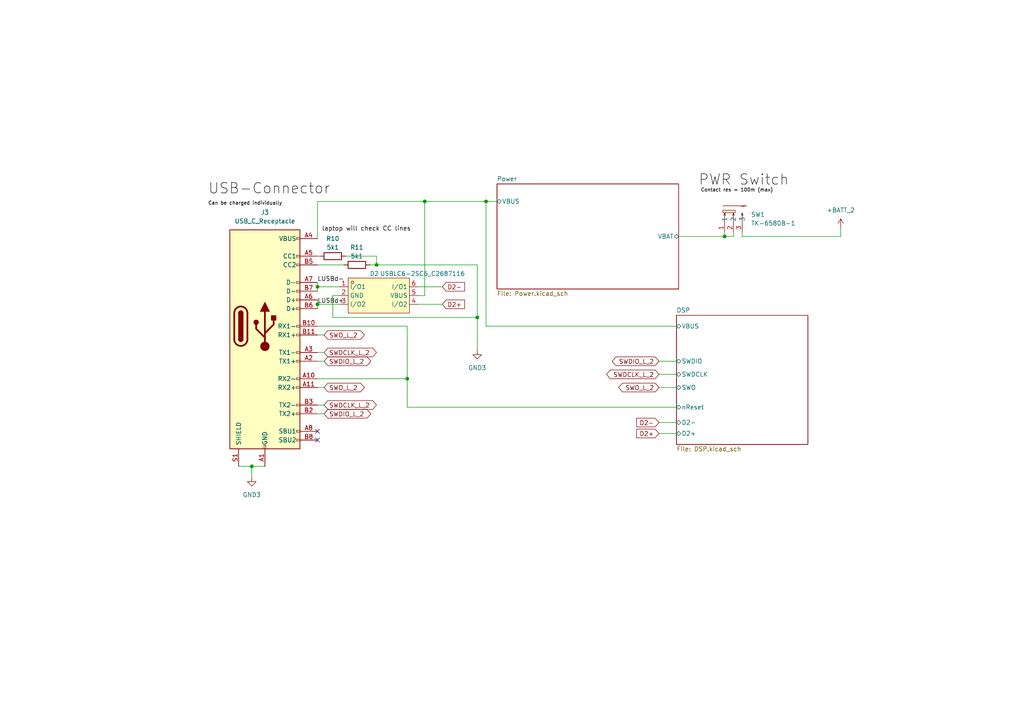
<source format=kicad_sch>
(kicad_sch (version 20230121) (generator eeschema)
  (paper "A4")
  (title_block (title "BLEEarrings (Blade Runner)") (date "2023-10-30") (rev "00.00") (company "Kitty and Dom"))
  (lib_symbols
    (symbol "Connector:USB_C_Receptacle" (pin_names (offset 1.016))
      (property "Reference" "J" (at -10.16 29.21 0))
      (property "Value" "USB_C_Receptacle" (at 10.16 29.21 0))
      (symbol "USB_C_Receptacle_0_0"
        (rectangle (start -0.254 -35.56) (end 0.254 -34.544))
        (rectangle (start 10.16 -32.766) (end 9.144 -33.274))
        (rectangle (start 10.16 -30.226) (end 9.144 -30.734))
        (rectangle (start 10.16 -25.146) (end 9.144 -25.654))
        (rectangle (start 10.16 -22.606) (end 9.144 -23.114))
        (rectangle (start 10.16 -17.526) (end 9.144 -18.034))
        (rectangle (start 10.16 -14.986) (end 9.144 -15.494))
        (rectangle (start 10.16 -9.906) (end 9.144 -10.414))
        (rectangle (start 10.16 -7.366) (end 9.144 -7.874))
        (rectangle (start 10.16 -2.286) (end 9.144 -2.794))
        (rectangle (start 10.16 0.254) (end 9.144 -0.254))
        (rectangle (start 10.16 5.334) (end 9.144 4.826))
        (rectangle (start 10.16 7.874) (end 9.144 7.366))
        (rectangle (start 10.16 10.414) (end 9.144 9.906))
        (rectangle (start 10.16 12.954) (end 9.144 12.446))
        (rectangle (start 10.16 18.034) (end 9.144 17.526))
        (rectangle (start 10.16 20.574) (end 9.144 20.066))
        (rectangle (start 10.16 25.654) (end 9.144 25.146))
      )
      (symbol "USB_C_Receptacle_0_1"
        (rectangle (start -10.16 27.94) (end 10.16 -35.56) (stroke (width 0.254)) (fill (type background)))
        (arc (start -8.89 -3.81) (mid -6.985 -5.7067) (end -5.08 -3.81) (stroke (width 0.508)))
        (arc (start -7.62 -3.81) (mid -6.985 -4.4423) (end -6.35 -3.81) (stroke (width 0.254)))
        (arc (start -7.62 -3.81) (mid -6.985 -4.4423) (end -6.35 -3.81) (stroke (width 0.254)) (fill (type outline)))
        (rectangle (start -7.62 -3.81) (end -6.35 3.81) (stroke (width 0.254)) (fill (type outline)))
        (arc (start -6.35 3.81) (mid -6.985 4.4423) (end -7.62 3.81) (stroke (width 0.254)))
        (arc (start -6.35 3.81) (mid -6.985 4.4423) (end -7.62 3.81) (stroke (width 0.254)) (fill (type outline)))
        (arc (start -5.08 3.81) (mid -6.985 5.7067) (end -8.89 3.81) (stroke (width 0.508)))
        (polyline (pts (xy -8.89 -3.81) (xy -8.89 3.81)) (stroke (width 0.508)))
        (polyline (pts (xy -5.08 3.81) (xy -5.08 -3.81)) (stroke (width 0.508)))
      )
      (symbol "USB_C_Receptacle_1_1"
        (circle (center -2.54 1.143) (radius 0.635) (stroke (width 0.254)) (fill (type outline)))
        (circle (center 0 -5.842) (radius 1.27) (fill (type outline)))
        (polyline (pts (xy 0 -5.842) (xy 0 4.318)) (stroke (width 0.508)))
        (polyline (pts (xy 0 -3.302) (xy -2.54 -0.762) (xy -2.54 0.508)) (stroke (width 0.508)))
        (polyline (pts (xy 0 -2.032) (xy 2.54 0.508) (xy 2.54 1.778)) (stroke (width 0.508)))
        (polyline (pts (xy -1.27 4.318) (xy 0 6.858) (xy 1.27 4.318) (xy -1.27 4.318)) (stroke (width 0.254)) (fill (type outline)))
        (rectangle (start 1.905 1.778) (end 3.175 3.048) (stroke (width 0.254)) (fill (type outline)))
        (pin passive line (at 0 -40.64 90) (length 5.08) (name "GND") (number "A1"))
        (pin bidirectional line (at 15.24 -15.24 180) (length 5.08) (name "RX2-") (number "A10"))
        (pin bidirectional line (at 15.24 -17.78 180) (length 5.08) (name "RX2+") (number "A11"))
        (pin passive line (at 0 -40.64 90) (length 5.08) hide (name "GND") (number "A12"))
        (pin bidirectional line (at 15.24 -10.16 180) (length 5.08) (name "TX1+") (number "A2"))
        (pin bidirectional line (at 15.24 -7.62 180) (length 5.08) (name "TX1-") (number "A3"))
        (pin passive line (at 15.24 25.4 180) (length 5.08) (name "VBUS") (number "A4"))
        (pin bidirectional line (at 15.24 20.32 180) (length 5.08) (name "CC1") (number "A5"))
        (pin bidirectional line (at 15.24 7.62 180) (length 5.08) (name "D+") (number "A6"))
        (pin bidirectional line (at 15.24 12.7 180) (length 5.08) (name "D-") (number "A7"))
        (pin bidirectional line (at 15.24 -30.48 180) (length 5.08) (name "SBU1") (number "A8"))
        (pin passive line (at 15.24 25.4 180) (length 5.08) hide (name "VBUS") (number "A9"))
        (pin passive line (at 0 -40.64 90) (length 5.08) hide (name "GND") (number "B1"))
        (pin bidirectional line (at 15.24 0 180) (length 5.08) (name "RX1-") (number "B10"))
        (pin bidirectional line (at 15.24 -2.54 180) (length 5.08) (name "RX1+") (number "B11"))
        (pin passive line (at 0 -40.64 90) (length 5.08) hide (name "GND") (number "B12"))
        (pin bidirectional line (at 15.24 -25.4 180) (length 5.08) (name "TX2+") (number "B2"))
        (pin bidirectional line (at 15.24 -22.86 180) (length 5.08) (name "TX2-") (number "B3"))
        (pin passive line (at 15.24 25.4 180) (length 5.08) hide (name "VBUS") (number "B4"))
        (pin bidirectional line (at 15.24 17.78 180) (length 5.08) (name "CC2") (number "B5"))
        (pin bidirectional line (at 15.24 5.08 180) (length 5.08) (name "D+") (number "B6"))
        (pin bidirectional line (at 15.24 10.16 180) (length 5.08) (name "D-") (number "B7"))
        (pin bidirectional line (at 15.24 -33.02 180) (length 5.08) (name "SBU2") (number "B8"))
        (pin passive line (at 15.24 25.4 180) (length 5.08) hide (name "VBUS") (number "B9"))
        (pin passive line (at -7.62 -40.64 90) (length 5.08) (name "SHIELD") (number "S1"))
      )
    )
    (symbol "CustomPWR:+BATT_2" (power) (pin_names (offset 0))
      (property "Value" "+BATT_2" (at 0 3.556 0))
      (symbol "+BATT_2_0_1"
        (polyline (pts (xy -0.762 1.27) (xy 0 2.54)))
        (polyline (pts (xy 0 0) (xy 0 2.54)))
        (polyline (pts (xy 0 2.54) (xy 0.762 1.27)))
      )
      (symbol "+BATT_2_1_1"
        (pin power_in line (at 0 0 90) (length 0) hide (name "+BATT_2") (number "1"))
      )
    )
    (symbol "Device:R" (pin_numbers hide) (pin_names (offset 0))
      (property "Reference" "R" (at 2.032 0 90))
      (property "Value" "R" (at 0 0 90))
      (symbol "R_0_1"
        (rectangle (start -1.016 -2.54) (end 1.016 2.54) (stroke (width 0.254)))
      )
      (symbol "R_1_1"
        (pin passive line (at 0 3.81 270) (length 1.27) (name "~") (number "1"))
        (pin passive line (at 0 -3.81 90) (length 1.27) (name "~") (number "2"))
      )
    )
    (symbol "easyeda2kicad:TK-6580B-1"
      (property "Reference" "SW" (at 0 0 0))
      (property "Value" "TK-6580B-1" (at 0 -10.16 0))
      (symbol "TK-6580B-1_0_1"
        (rectangle (start -3.05 1.27) (end 0.51 0.51) (fill (type background)))
        (polyline (pts (xy -2.54 0.51) (xy -2.79 -0.25)))
        (polyline (pts (xy 0 0.51) (xy -0.25 -0.25)))
        (polyline (pts (xy 2.54 0.51) (xy 2.29 -0.25)))
        (polyline (pts (xy -3.05 2.54) (xy 3.81 2.54) (xy 2.29 2.29)))
        (polyline (pts (xy -2.54 -2.54) (xy -2.54 0.51) (xy -2.29 -0.25)))
        (polyline (pts (xy 0 -2.54) (xy 0 0.51) (xy 0.25 -0.25)))
        (polyline (pts (xy 2.54 -2.54) (xy 2.54 0.51) (xy 2.79 -0.25)))
        (pin unspecified line (at -2.54 -5.08 90) (length 2.54) (name "1") (number "1"))
        (pin unspecified line (at 0 -5.08 90) (length 2.54) (name "2") (number "2"))
        (pin unspecified line (at 2.54 -5.08 90) (length 2.54) (name "3") (number "3"))
      )
    )
    (symbol "easyeda2kicad:USBLC6-2SC6_C2687116"
      (property "Reference" "D" (at 0 7.62 0))
      (property "Value" "USBLC6-2SC6_C2687116" (at 0 -7.62 0))
      (symbol "USBLC6-2SC6_C2687116_0_1"
        (rectangle (start -8.89 5.08) (end 8.89 -5.08) (fill (type background)))
        (circle (center -7.62 3.81) (radius 0.38))
        (pin unspecified line (at -11.43 2.54 0) (length 2.54) (name "I/O1") (number "1"))
        (pin unspecified line (at -11.43 0 0) (length 2.54) (name "GND") (number "2"))
        (pin unspecified line (at -11.43 -2.54 0) (length 2.54) (name "I/O2") (number "3"))
        (pin unspecified line (at 11.43 -2.54 180) (length 2.54) (name "I/O2") (number "4"))
        (pin unspecified line (at 11.43 0 180) (length 2.54) (name "VBUS") (number "5"))
        (pin unspecified line (at 11.43 2.54 180) (length 2.54) (name "I/O1") (number "6"))
      )
    )
    (symbol "power:GND3" (power) (pin_names (offset 0))
      (property "Value" "GND3" (at 0 -3.81 0))
      (symbol "GND3_0_1"
        (polyline (pts (xy 0 0) (xy 0 -1.27) (xy 1.27 -1.27) (xy 0 -2.54) (xy -1.27 -1.27) (xy 0 -1.27)))
      )
      (symbol "GND3_1_1"
        (pin power_in line (at 0 0 270) (length 0) hide (name "GND3") (number "1"))
      )
    )
  )
  (junction (at 73.025 135.255))
  (junction (at 92.075 88.265))
  (junction (at 109.22 76.835))
  (junction (at 92.075 83.185))
  (junction (at 140.97 58.42))
  (junction (at 138.43 92.075))
  (junction (at 210.185 68.58))
  (junction (at 123.19 58.42))
  (junction (at 118.11 109.855))
  (no_connect (at 92.075 127.635))
  (no_connect (at 92.075 125.095))
  (wire (pts (xy 191.135 112.395) (xy 196.215 112.395)))
  (wire (pts (xy 100.33 74.295) (xy 109.22 74.295)))
  (wire (pts (xy 92.075 74.295) (xy 92.71 74.295)))
  (wire (pts (xy 109.22 74.295) (xy 109.22 76.835)))
  (wire (pts (xy 93.98 104.775) (xy 92.075 104.775)))
  (wire (pts (xy 212.725 67.31) (xy 212.725 68.58)))
  (wire (pts (xy 196.85 68.58) (xy 210.185 68.58)))
  (wire (pts (xy 191.135 104.775) (xy 196.215 104.775)))
  (wire (pts (xy 69.215 135.255) (xy 73.025 135.255)))
  (wire (pts (xy 140.97 58.42) (xy 140.97 94.615)))
  (wire (pts (xy 118.11 94.615) (xy 118.11 109.855)))
  (wire (pts (xy 92.075 86.995) (xy 92.075 88.265)))
  (wire (pts (xy 121.285 83.185) (xy 128.27 83.185)))
  (wire (pts (xy 93.98 102.235) (xy 92.075 102.235)))
  (wire (pts (xy 121.285 88.265) (xy 128.27 88.265)))
  (wire (pts (xy 93.98 117.475) (xy 92.075 117.475)))
  (wire (pts (xy 96.52 85.725) (xy 96.52 92.075)))
  (wire (pts (xy 140.97 58.42) (xy 144.145 58.42)))
  (wire (pts (xy 96.52 92.075) (xy 138.43 92.075)))
  (wire (pts (xy 191.135 122.555) (xy 196.215 122.555)))
  (wire (pts (xy 138.43 92.075) (xy 138.43 101.6)))
  (wire (pts (xy 73.025 135.255) (xy 76.835 135.255)))
  (wire (pts (xy 196.215 94.615) (xy 140.97 94.615)))
  (wire (pts (xy 243.84 68.58) (xy 243.84 66.04)))
  (wire (pts (xy 138.43 92.075) (xy 138.43 76.835)))
  (wire (pts (xy 118.11 109.855) (xy 92.075 109.855)))
  (wire (pts (xy 93.98 97.155) (xy 92.075 97.155)))
  (wire (pts (xy 92.075 88.265) (xy 98.425 88.265)))
  (wire (pts (xy 118.11 118.11) (xy 118.11 109.855)))
  (wire (pts (xy 210.185 68.58) (xy 210.185 67.31)))
  (wire (pts (xy 191.135 108.585) (xy 196.215 108.585)))
  (wire (pts (xy 92.075 88.265) (xy 92.075 89.535)))
  (wire (pts (xy 92.075 58.42) (xy 92.075 69.215)))
  (wire (pts (xy 92.075 58.42) (xy 123.19 58.42)))
  (wire (pts (xy 92.075 76.835) (xy 99.695 76.835)))
  (wire (pts (xy 123.19 58.42) (xy 140.97 58.42)))
  (wire (pts (xy 92.075 81.915) (xy 92.075 83.185)))
  (wire (pts (xy 92.075 83.185) (xy 92.075 84.455)))
  (wire (pts (xy 107.315 76.835) (xy 109.22 76.835)))
  (wire (pts (xy 215.265 68.58) (xy 243.84 68.58)))
  (wire (pts (xy 118.11 118.11) (xy 196.215 118.11)))
  (wire (pts (xy 92.075 94.615) (xy 118.11 94.615)))
  (wire (pts (xy 123.19 58.42) (xy 123.19 85.725)))
  (wire (pts (xy 93.98 120.015) (xy 92.075 120.015)))
  (wire (pts (xy 98.425 85.725) (xy 96.52 85.725)))
  (wire (pts (xy 191.135 125.73) (xy 196.215 125.73)))
  (wire (pts (xy 215.265 68.58) (xy 215.265 67.31)))
  (wire (pts (xy 73.025 138.43) (xy 73.025 135.255)))
  (wire (pts (xy 92.075 83.185) (xy 98.425 83.185)))
  (wire (pts (xy 109.22 76.835) (xy 138.43 76.835)))
  (wire (pts (xy 121.285 85.725) (xy 123.19 85.725)))
  (wire (pts (xy 210.185 68.58) (xy 212.725 68.58)))
  (wire (pts (xy 93.98 112.395) (xy 92.075 112.395)))
  (label "Can be charged individually" (at 60.325 59.69 0) (effects (font (size 1 1))))
  (label "PWR Switch" (at 202.565 54.61 0) (effects (font (size 3 3))))
  (label "LUSBd+" (at 92.075 88.265 0))
  (label "Contact res = 100m (max)" (at 203.2 55.88 0) (effects (font (size 1 1))))
  (label "laptop will check CC lines" (at 93.345 67.31 0))
  (label "LUSBd-" (at 92.075 81.915 0))
  (label "USB-Connector" (at 60.325 57.15 0) (effects (font (size 3 3))))
  (global_label "SWDCLK_L_2" (shape bidirectional) (at 93.98 102.235 0) (property "Intersheetrefs" "${INTERSHEET_REFS}" (effects hide)))
  (global_label "D2+" (shape input) (at 191.135 125.73 180) (property "Intersheetrefs" "${INTERSHEET_REFS}" (effects hide)))
  (global_label "SWO_L_2" (shape bidirectional) (at 93.98 97.155 0) (property "Intersheetrefs" "${INTERSHEET_REFS}" (effects hide)))
  (global_label "SWDCLK_L_2" (shape bidirectional) (at 191.135 108.585 180) (property "Intersheetrefs" "${INTERSHEET_REFS}" (effects hide)))
  (global_label "SWO_L_2" (shape bidirectional) (at 93.98 112.395 0) (property "Intersheetrefs" "${INTERSHEET_REFS}" (effects hide)))
  (global_label "D2-" (shape input) (at 191.135 122.555 180) (property "Intersheetrefs" "${INTERSHEET_REFS}" (effects hide)))
  (global_label "SWDCLK_L_2" (shape bidirectional) (at 93.98 117.475 0) (property "Intersheetrefs" "${INTERSHEET_REFS}" (effects hide)))
  (global_label "SWDIO_L_2" (shape bidirectional) (at 191.135 104.775 180) (property "Intersheetrefs" "${INTERSHEET_REFS}" (effects hide)))
  (global_label "D2-" (shape input) (at 128.27 83.185 0) (property "Intersheetrefs" "${INTERSHEET_REFS}" (effects hide)))
  (global_label "SWDIO_L_2" (shape bidirectional) (at 93.98 104.775 0) (property "Intersheetrefs" "${INTERSHEET_REFS}" (effects hide)))
  (global_label "SWDIO_L_2" (shape bidirectional) (at 93.98 120.015 0) (property "Intersheetrefs" "${INTERSHEET_REFS}" (effects hide)))
  (global_label "D2+" (shape input) (at 128.27 88.265 0) (property "Intersheetrefs" "${INTERSHEET_REFS}" (effects hide)))
  (global_label "SWO_L_2" (shape bidirectional) (at 191.135 112.395 180) (property "Intersheetrefs" "${INTERSHEET_REFS}" (effects hide)))
  (symbol (lib_id "easyeda2kicad:USBLC6-2SC6_C2687116") (at 109.855 85.725 0) (unit 1)
    (property "Reference" "D2" (at 108.585 79.375 0))
    (property "Value" "USBLC6-2SC6_C2687116" (at 122.555 79.375 0))
    (property "Footprint" "easyeda2kicad:SOT-23-6_L2.9-W1.6-P0.95-LS2.8-BL" (effects hide))
    (property "LCSC Part" "C2687116" (effects hide))
  )
  (symbol (lib_id "Device:R") (at 103.505 76.835 270) (mirror x) (unit 1)
    (property "Reference" "R11" (at 103.505 71.755 90))
    (property "Value" "5k1" (at 103.505 74.295 90))
    (property "Footprint" "Resistor_SMD:R_0402_1005Metric_Pad0.72x0.64mm_HandSolder" (effects hide))
    (property "LCSC Part" "C103086" (effects hide))
  )
  (symbol (lib_id "power:GND3") (at 138.43 101.6 0) (unit 1)
    (property "Reference" "#PWR?" (effects hide))
    (property "Value" "GND3" (at 138.43 106.68 0))
  )
  (symbol (lib_id "Device:R") (at 96.52 74.295 270) (mirror x) (unit 1)
    (property "Reference" "R10" (at 96.52 69.215 90))
    (property "Value" "5k1" (at 96.52 71.755 90))
    (property "Footprint" "Resistor_SMD:R_0402_1005Metric_Pad0.72x0.64mm_HandSolder" (effects hide))
    (property "LCSC Part" "C103086" (effects hide))
  )
  (symbol (lib_id "Connector:USB_C_Receptacle") (at 76.835 94.615 0) (unit 1)
    (property "Reference" "J3" (at 76.835 61.595 0))
    (property "Value" "USB_C_Receptacle" (at 76.835 64.135 0))
    (property "Footprint" "easyeda2kicad:TYPE-C-SMD_C9900025773" (effects hide))
    (property "Datasheet" "https://www.usb.org/sites/default/files/documents/usb_type-c.zip" (effects hide))
    (property "LCSC Part" "C5156605 " (effects hide))
  )
  (symbol (lib_id "easyeda2kicad:TK-6580B-1") (at 212.725 62.23 0) (unit 1)
    (property "Reference" "SW1" (at 217.805 62.23 0) (effects (justify left)))
    (property "Value" "TK-6580B-1" (at 217.805 64.77 0) (effects (justify left)))
    (property "Footprint" "easyeda2kicad:SW-TH_TK-6580B-1" (effects hide))
    (property "LCSC Part" "C2689829" (effects hide))
  )
  (symbol (lib_id "power:GND3") (at 73.025 138.43 0) (unit 1)
    (property "Reference" "#PWR?" (effects hide))
    (property "Value" "GND3" (at 73.025 143.51 0))
  )
  (symbol (lib_id "CustomPWR:+BATT_2") (at 243.84 66.04 0) (unit 1)
    (property "Reference" "#PWR02" (effects hide))
    (property "Value" "+BATT_2" (at 243.84 60.96 0))
  )
  (sheet (at 196.215 91.44) (size 38.1 37.465) (stroke (width 0.1524))
    (property "Sheetname" "DSP" (at 196.215 90.7284 0) (effects (justify left bottom)))
    (property "Sheetfile" "DSP.kicad_sch" (at 196.215 129.4896 0) (effects (justify left top)))
    (pin "nReset" bidirectional (at 196.215 118.11 180))
    (pin "SWDIO" bidirectional (at 196.215 104.775 180))
    (pin "SWDCLK" bidirectional (at 196.215 108.585 180))
    (pin "SWO" bidirectional (at 196.215 112.395 180))
    (pin "VBUS" bidirectional (at 196.215 94.615 180))
    (pin "D2-" bidirectional (at 196.215 122.555 180))
    (pin "D2+" bidirectional (at 196.215 125.73 180))
  )
  (sheet (at 144.145 53.34) (size 52.705 30.48) (stroke (width 0.1524))
    (property "Sheetname" "Power" (at 144.145 52.6284 0) (effects (justify left bottom)))
    (property "Sheetfile" "Power.kicad_sch" (at 144.145 84.4046 0) (effects (justify left top)))
    (pin "VBUS" bidirectional (at 144.145 58.42 180))
    (pin "VBAT" bidirectional (at 196.85 68.58 0))
  )
)
</source>
